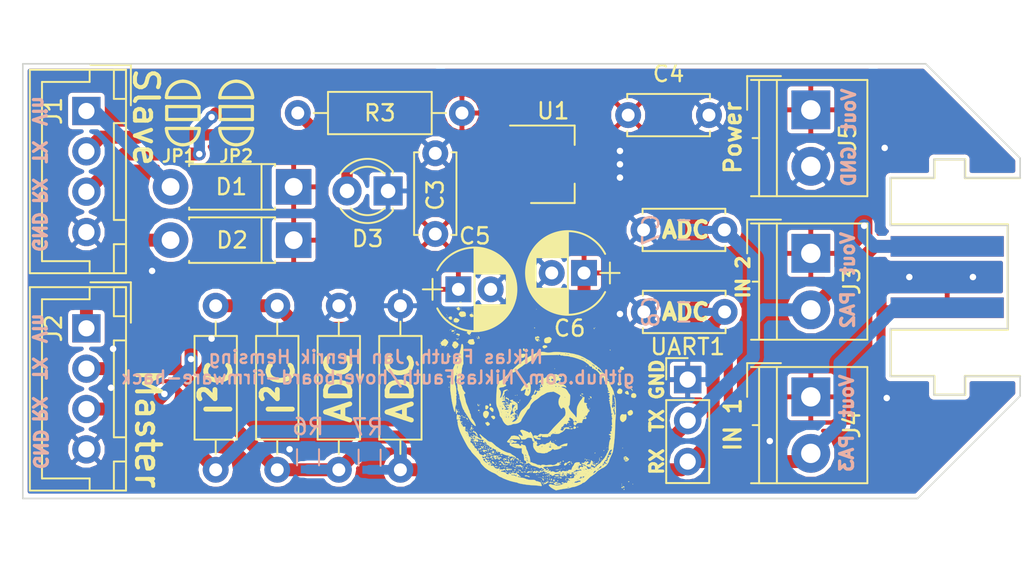
<source format=kicad_pcb>
(kicad_pcb (version 20171130) (host pcbnew "(5.0.0-rc2-dev-107-g49486b83b)")
  (layers (0 F.Cu signal) (31 B.Cu signal) (34 B.Paste user) (35 F.Paste user) (36 B.SilkS user) (37 F.SilkS user) (38 B.Mask user) (39 F.Mask user) (44 Edge.Cuts user))
  (net 0 "")
  (net 1 VCC)
  (net 2 RX)
  (net 3 GND)
  (net 4 RX.1)
  (net 5 TX.1)
  (net 6 VDD)
  (net 7 "Net-(D3-Pad2)")
  (net 8 "Net-(D2-Pad2)")
  (net 9 "Net-(D1-Pad2)")
  (net 10 TX)
  (module Capacitors_THT:C_Disc_D5.0mm_W2.5mm_P5.00mm (layer F.Cu) (at 144.018 100.965 180)
    (fp_text reference C2 hide)
    (fp_text value C_Small)
    (pad 2 thru_hole circle (at 5 0 180) (size 1.6 1.6) (drill 0.8) (layers *.Cu *.Mask) (net 3 GND))
    (pad 1 thru_hole circle (at 0 0 180) (size 1.6 1.6) (drill 0.8) (layers *.Cu *.Mask) (net 2 RX))
  )
  (module Capacitors_THT:C_Disc_D5.0mm_W2.5mm_P5.00mm (layer F.Cu) (at 126.111 96.139 90)
    (fp_text reference C3 (at 2.413 0 90) (layer F.SilkS))
    (fp_text value 1uF)
    (pad 1 thru_hole circle (at 0 0 90) (size 1.6 1.6) (drill 0.8) (layers *.Cu *.Mask) (net 6 VDD))
    (pad 2 thru_hole circle (at 5 0 90) (size 1.6 1.6) (drill 0.8) (layers *.Cu *.Mask) (net 3 GND))
  )
  (module Capacitors_THT:C_Disc_D5.0mm_W2.5mm_P5.00mm (layer F.Cu) (at 138.049 88.773)
    (fp_text reference C4 (at 2.5 -2.56) (layer F.SilkS))
    (fp_text value 1uF)
    (pad 2 thru_hole circle (at 5 0) (size 1.6 1.6) (drill 0.8) (layers *.Cu *.Mask) (net 3 GND))
    (pad 1 thru_hole circle (at 0 0) (size 1.6 1.6) (drill 0.8) (layers *.Cu *.Mask) (net 1 VCC))
  )
  (module Capacitors_THT:C_Disc_D5.0mm_W2.5mm_P5.00mm (layer F.Cu) (at 139.0015 95.885)
    (fp_text reference C1 hide)
    (fp_text value C_Small)
    (pad 1 thru_hole circle (at 0 0) (size 1.6 1.6) (drill 0.8) (layers *.Cu *.Mask) (net 3 GND))
    (pad 2 thru_hole circle (at 5 0) (size 1.6 1.6) (drill 0.8) (layers *.Cu *.Mask) (net 10 TX))
  )
  (module Resistors_THT:R_Axial_DIN0207_L6.3mm_D2.5mm_P10.16mm_Horizontal (layer F.Cu) (at 123.952 110.744 90)
    (fp_text reference R2 hide)
    (fp_text value R_Small)
    (pad 2 thru_hole oval (at 10.16 0 90) (size 1.6 1.6) (drill 0.8) (layers *.Cu *.Mask) (net 3 GND))
    (pad 1 thru_hole circle (at 0 0 90) (size 1.6 1.6) (drill 0.8) (layers *.Cu *.Mask) (net 2 RX))
  )
  (module Resistors_SMD:R_0603 (layer B.Cu) (at 122.047 109.994 90)
    (fp_text reference R7 (at 1.893 -0.127 180) (layer B.SilkS) (effects (justify mirror)))
    (fp_text value R_Small)
    (pad 1 smd rect (at -0.75 0 90) (size 0.5 0.9) (layers B.Cu B.Paste B.Mask) (net 2 RX))
    (pad 2 smd rect (at 0.75 0 90) (size 0.5 0.9) (layers B.Cu B.Paste B.Mask) (net 3 GND))
  )
  (module Resistors_SMD:R_0603 (layer B.Cu) (at 118.237 109.97 270)
    (fp_text reference R6 (at -1.893 0) (layer B.SilkS) (effects (justify mirror)))
    (fp_text value R_Small)
    (pad 2 smd rect (at 0.75 0 270) (size 0.5 0.9) (layers B.Cu B.Paste B.Mask) (net 10 TX))
    (pad 1 smd rect (at -0.75 0 270) (size 0.5 0.9) (layers B.Cu B.Paste B.Mask) (net 3 GND))
  )
  (module Capacitors_SMD:C_0603 (layer B.Cu) (at 141.49 95.885)
    (fp_text reference C7 (at -2.032 0 90) (layer B.SilkS) (effects (justify mirror)))
    (fp_text value C_Small)
    (pad 1 smd rect (at -0.75 0) (size 0.8 0.75) (layers B.Cu B.Paste B.Mask) (net 3 GND))
    (pad 2 smd rect (at 0.75 0) (size 0.8 0.75) (layers B.Cu B.Paste B.Mask) (net 10 TX))
  )
  (module Capacitors_SMD:C_0603 (layer B.Cu) (at 141.49 100.965 180)
    (fp_text reference C8 (at 2.032 0 270) (layer B.SilkS) (effects (justify mirror)))
    (fp_text value C_Small)
    (pad 2 smd rect (at 0.75 0 180) (size 0.8 0.75) (layers B.Cu B.Paste B.Mask) (net 3 GND))
    (pad 1 smd rect (at -0.75 0 180) (size 0.8 0.75) (layers B.Cu B.Paste B.Mask) (net 2 RX))
  )
  (module Diodes_THT:D_DO-41_SOD81_P7.62mm_Horizontal (layer F.Cu) (at 117.348 93.218 180)
    (fp_text reference D1 (at 3.8608 0 180) (layer F.SilkS))
    (fp_text value D)
    (pad 2 thru_hole oval (at 7.62 0 180) (size 2.2 2.2) (drill 1.1) (layers *.Cu *.Mask) (net 9 "Net-(D1-Pad2)"))
    (pad 1 thru_hole rect (at 0 0 180) (size 2.2 2.2) (drill 1.1) (layers *.Cu *.Mask) (net 6 VDD))
  )
  (module Diodes_THT:D_DO-41_SOD81_P7.62mm_Horizontal (layer F.Cu) (at 117.348 96.52 180)
    (fp_text reference D2 (at 3.81 0 180) (layer F.SilkS))
    (fp_text value D)
    (pad 1 thru_hole rect (at 0 0 180) (size 2.2 2.2) (drill 1.1) (layers *.Cu *.Mask) (net 6 VDD))
    (pad 2 thru_hole oval (at 7.62 0 180) (size 2.2 2.2) (drill 1.1) (layers *.Cu *.Mask) (net 8 "Net-(D2-Pad2)"))
  )
  (module TO_SOT_Packages_SMD:SOT-89-3_Handsoldering (layer F.Cu) (at 132.958 91.821)
    (fp_text reference U1 (at 0.45 -3.3) (layer F.SilkS))
    (fp_text value L7805SOT89)
    (pad 1 smd rect (at -1.98 -1.5 270) (size 1 2.5) (layers F.Cu F.Paste F.Mask) (net 1 VCC))
    (pad 2 smd rect (at -1.98 0 270) (size 1 2.5) (layers F.Cu F.Paste F.Mask) (net 3 GND))
    (pad 3 smd rect (at -1.98 1.5 270) (size 1 2.5) (layers F.Cu F.Paste F.Mask) (net 6 VDD))
    (pad 2 smd rect (at 1.98 0 270) (size 2 4) (layers F.Cu F.Paste F.Mask) (net 3 GND))
    (pad 2 smd trapezoid (at -0.37 0 90) (size 1.5 0.75) (rect_delta 0 0.5) (layers F.Cu F.Paste F.Mask) (net 3 GND))
  )
  (module Pin_Headers:Pin_Header_Straight_1x03_Pitch2.54mm (layer F.Cu) (at 141.732 105.156)
    (fp_text reference UART1 (at 0 -2.032) (layer F.SilkS))
    (fp_text value Conn_01x03)
    (pad 1 thru_hole rect (at 0 0) (size 1.7 1.7) (drill 1) (layers *.Cu *.Mask) (net 3 GND))
    (pad 2 thru_hole oval (at 0 2.54) (size 1.7 1.7) (drill 1) (layers *.Cu *.Mask) (net 10 TX))
    (pad 3 thru_hole oval (at 0 5.08) (size 1.7 1.7) (drill 1) (layers *.Cu *.Mask) (net 2 RX))
  )
  (module Resistors_THT:R_Axial_DIN0207_L6.3mm_D2.5mm_P10.16mm_Horizontal (layer F.Cu) (at 120.142 100.584 270)
    (fp_text reference R1 hide)
    (fp_text value R_Small)
    (pad 1 thru_hole circle (at 0 0 270) (size 1.6 1.6) (drill 0.8) (layers *.Cu *.Mask) (net 3 GND))
    (pad 2 thru_hole oval (at 10.16 0 270) (size 1.6 1.6) (drill 0.8) (layers *.Cu *.Mask) (net 10 TX))
  )
  (module Resistors_THT:R_Axial_DIN0207_L6.3mm_D2.5mm_P10.16mm_Horizontal (layer F.Cu) (at 117.602 88.646)
    (fp_text reference R3 (at 5.08 0) (layer F.SilkS))
    (fp_text value 220Ohm)
    (pad 1 thru_hole circle (at 0 0) (size 1.6 1.6) (drill 0.8) (layers *.Cu *.Mask) (net 7 "Net-(D3-Pad2)"))
    (pad 2 thru_hole oval (at 10.16 0) (size 1.6 1.6) (drill 0.8) (layers *.Cu *.Mask) (net 1 VCC))
  )
  (module Resistors_THT:R_Axial_DIN0207_L6.3mm_D2.5mm_P10.16mm_Horizontal (layer F.Cu) (at 112.522 100.584 270)
    (fp_text reference R4 hide)
    (fp_text value 3k3)
    (pad 2 thru_hole oval (at 10.16 0 270) (size 1.6 1.6) (drill 0.8) (layers *.Cu *.Mask) (net 2 RX))
    (pad 1 thru_hole circle (at 0 0 270) (size 1.6 1.6) (drill 0.8) (layers *.Cu *.Mask) (net 1 VCC))
  )
  (module Resistors_THT:R_Axial_DIN0207_L6.3mm_D2.5mm_P10.16mm_Horizontal (layer F.Cu) (at 116.332 100.584 270)
    (fp_text reference R5 hide)
    (fp_text value 3k3)
    (pad 1 thru_hole circle (at 0 0 270) (size 1.6 1.6) (drill 0.8) (layers *.Cu *.Mask) (net 1 VCC))
    (pad 2 thru_hole oval (at 10.16 0 270) (size 1.6 1.6) (drill 0.8) (layers *.Cu *.Mask) (net 10 TX))
  )
  (module Capacitors_THT:CP_Radial_D5.0mm_P2.00mm (layer F.Cu) (at 127.54 99.568)
    (fp_text reference C5 (at 1.016 -3.302) (layer F.SilkS))
    (fp_text value 22uF)
    (pad 2 thru_hole circle (at 2 0) (size 1.6 1.6) (drill 0.8) (layers *.Cu *.Mask) (net 3 GND))
    (pad 1 thru_hole rect (at 0 0) (size 1.6 1.6) (drill 0.8) (layers *.Cu *.Mask) (net 6 VDD))
  )
  (module Capacitors_THT:CP_Radial_D5.0mm_P2.00mm (layer F.Cu) (at 135.3185 98.552 180)
    (fp_text reference C6 (at 0.889 -3.429 180) (layer F.SilkS))
    (fp_text value 22uF)
    (pad 1 thru_hole rect (at 0 0 180) (size 1.6 1.6) (drill 0.8) (layers *.Cu *.Mask) (net 1 VCC))
    (pad 2 thru_hole circle (at 2 0 180) (size 1.6 1.6) (drill 0.8) (layers *.Cu *.Mask) (net 3 GND))
  )
  (module Connectors_JST:JST_XH_B04B-XH-A_04x2.50mm_Straight (layer F.Cu) (at 104.521 88.519 270)
    (fp_text reference J1 (at 0 2.032 270) (layer F.SilkS))
    (fp_text value Conn_01x04)
    (pad 4 thru_hole circle (at 7.5 0 270) (size 1.75 1.75) (drill 1) (layers *.Cu *.Mask) (net 3 GND))
    (pad 3 thru_hole circle (at 5 0 270) (size 1.75 1.75) (drill 1) (layers *.Cu *.Mask) (net 4 RX.1))
    (pad 2 thru_hole circle (at 2.5 0 270) (size 1.75 1.75) (drill 1) (layers *.Cu *.Mask) (net 5 TX.1))
    (pad 1 thru_hole rect (at 0 0 270) (size 1.75 1.75) (drill 1) (layers *.Cu *.Mask) (net 9 "Net-(D1-Pad2)"))
  )
  (module Connectors_JST:JST_XH_B04B-XH-A_04x2.50mm_Straight (layer F.Cu) (at 104.521 101.981 270)
    (fp_text reference J2 (at 0 2.032 270) (layer F.SilkS))
    (fp_text value Conn_01x04)
    (pad 1 thru_hole rect (at 0 0 270) (size 1.75 1.75) (drill 1) (layers *.Cu *.Mask) (net 8 "Net-(D2-Pad2)"))
    (pad 2 thru_hole circle (at 2.5 0 270) (size 1.75 1.75) (drill 1) (layers *.Cu *.Mask) (net 10 TX))
    (pad 3 thru_hole circle (at 5 0 270) (size 1.75 1.75) (drill 1) (layers *.Cu *.Mask) (net 2 RX))
    (pad 4 thru_hole circle (at 7.5 0 270) (size 1.75 1.75) (drill 1) (layers *.Cu *.Mask) (net 3 GND))
  )
  (module Connectors_Terminal_Blocks:TerminalBlock_4UCON_19963_02x3.5mm_Straight (layer F.Cu) (at 149.352 106.228 270)
    (fp_text reference J4 (at 1.722 -2.54 270) (layer F.SilkS))
    (fp_text value Screw_Terminal_01x02)
    (pad 1 thru_hole rect (at 0 0 270) (size 2.4 2.4) (drill 1.2) (layers *.Cu *.Mask) (net 1 VCC))
    (pad 2 thru_hole circle (at 3.5 0 270) (size 2.4 2.4) (drill 1.2) (layers *.Cu *.Mask) (net 2 RX))
  )
  (module Connectors_Terminal_Blocks:TerminalBlock_4UCON_19963_02x3.5mm_Straight (layer F.Cu) (at 149.352 88.448 270)
    (fp_text reference J5 (at 1.722 -2.286 270) (layer F.SilkS))
    (fp_text value Screw_Terminal_01x02)
    (pad 2 thru_hole circle (at 3.5 0 270) (size 2.4 2.4) (drill 1.2) (layers *.Cu *.Mask) (net 3 GND))
    (pad 1 thru_hole rect (at 0 0 270) (size 2.4 2.4) (drill 1.2) (layers *.Cu *.Mask) (net 1 VCC))
  )
  (module Connectors_Terminal_Blocks:TerminalBlock_4UCON_19963_02x3.5mm_Straight (layer F.Cu) (at 149.352 97.338 270)
    (fp_text reference J3 (at 1.722 -2.54 270) (layer F.SilkS))
    (fp_text value Screw_Terminal_01x02)
    (pad 1 thru_hole rect (at 0 0 270) (size 2.4 2.4) (drill 1.2) (layers *.Cu *.Mask) (net 1 VCC))
    (pad 2 thru_hole circle (at 3.5 0 270) (size 2.4 2.4) (drill 1.2) (layers *.Cu *.Mask) (net 10 TX))
  )
  (module LEDs:LED_D3.0mm (layer F.Cu) (at 123.19 93.472 180)
    (fp_text reference D3 (at 1.27 -2.96 180) (layer F.SilkS))
    (fp_text value LED)
    (pad 1 thru_hole rect (at 0 0 180) (size 1.8 1.8) (drill 0.9) (layers *.Cu *.Mask) (net 3 GND))
    (pad 2 thru_hole circle (at 2.54 0 180) (size 1.8 1.8) (drill 0.9) (layers *.Cu *.Mask) (net 7 "Net-(D3-Pad2)"))
  )
  (module jumper:SOLDER-JUMPER_2-WAY (layer F.Cu) (at 110.49 88.646 90)
    (fp_text reference JP1 (at -2.667 -0.254) (layer F.SilkS) (effects (font (size 0.762 0.762) (thickness 0.1524))))
    (fp_text value Jumper_NC_Dual hide)
    (pad 2 smd rect (at 0 0 90) (size 1 1) (layers F.Cu F.Paste F.Mask) (net 5 TX.1))
    (pad 3 smd rect (at 1.35 0 90) (size 1 1) (layers F.Cu F.Paste F.Mask) (net 2 RX))
    (pad 1 smd rect (at -1.35 0 90) (size 1 1) (layers F.Cu F.Paste F.Mask) (net 10 TX))
  )
  (module jumper:SOLDER-JUMPER_2-WAY (layer F.Cu) (at 113.792 88.646 90)
    (fp_text reference JP2 (at -2.667 0) (layer F.SilkS) (effects (font (size 0.762 0.762) (thickness 0.1524))))
    (fp_text value Jumper_NC_Dual hide)
    (pad 1 smd rect (at -1.35 0 90) (size 1 1) (layers F.Cu F.Paste F.Mask) (net 10 TX))
    (pad 3 smd rect (at 1.35 0 90) (size 1 1) (layers F.Cu F.Paste F.Mask) (net 2 RX))
    (pad 2 smd rect (at 0 0 90) (size 1 1) (layers F.Cu F.Paste F.Mask) (net 4 RX.1))
  )
  (module otter:NUNCHUCK (layer F.Cu) (at 158.2928 98.806 90)
    (fp_text reference J6 hide)
    (fp_text value Conn_01x04 hide)
    (pad 3 smd rect (at 1.9 -0.5 90) (size 1.27 7) (layers B.Cu B.Paste B.Mask) (net 1 VCC))
    (pad 4 smd rect (at -1.9 -0.5 90) (size 1.27 7) (layers B.Cu B.Paste B.Mask) (net 2 RX))
    (pad 2 smd rect (at 1.9 -0.5 90) (size 1.27 7) (layers F.Cu F.Paste F.Mask) (net 10 TX))
    (pad 1 smd rect (at -1.9 -0.5 90) (size 1.27 7) (layers F.Cu F.Paste F.Mask) (net 3 GND))
  )
  (module otterimage:otterimage_crop_13 (layer F.Cu) (at 132.588 106.172)
    (fp_text reference G*** hide)
    (fp_text value LOGO hide)
  )
  (gr_text ADC (at 141.605 100.965) (layer F.SilkS) (effects (font (size 1 1) (thickness 0.25))))
  (gr_text ADC (at 141.605 95.885) (layer F.SilkS) (effects (font (size 1 1) (thickness 0.25))))
  (gr_text ADC (at 123.952 105.664 90) (layer F.SilkS) (effects (font (size 1.5 1.5) (thickness 0.3))))
  (gr_text ADC (at 120.142 105.664 90) (layer F.SilkS) (effects (font (size 1.5 1.5) (thickness 0.3))))
  (gr_text I²C (at 116.586 105.664 90) (layer F.SilkS) (effects (font (size 1.5 1.5) (thickness 0.3))))
  (gr_text I²C (at 112.7252 105.664 90) (layer F.SilkS) (effects (font (size 1.5 1.5) (thickness 0.3))))
  (gr_text github.com/NiklasFauth/hoverboard-firmware-hack (at 122.555 105.029) (layer B.SilkS) (effects (font (size 0.8 0.8)) (justify mirror)))
  (gr_text "Niklas Fauth, Jan Henrik Hemsing" (at 122.428 103.759) (layer B.SilkS) (effects (font (size 0.8 0.8)) (justify mirror)))
  (gr_text PA3 (at 151.5745 109.728 90) (layer B.SilkS) (effects (font (size 0.8 0.8) (thickness 0.2)) (justify mirror)))
  (gr_text PA2 (at 151.638 100.838 90) (layer B.SilkS) (effects (font (size 0.8 0.8) (thickness 0.2)) (justify mirror)))
  (gr_text RX (at 139.827 110.236 90) (layer F.SilkS) (effects (font (size 0.8 0.8) (thickness 0.2))))
  (gr_text TX (at 139.827 107.696 90) (layer F.SilkS) (effects (font (size 0.8 0.8) (thickness 0.2))))
  (gr_text GND (at 139.827 105.156 90) (layer F.SilkS) (effects (font (size 0.8 0.8) (thickness 0.2))))
  (gr_text RX (at 101.6 106.9975 270) (layer B.SilkS) (effects (font (size 0.8 0.8) (thickness 0.2)) (justify mirror)))
  (gr_text TX (at 101.6 104.4575 270) (layer B.SilkS) (effects (font (size 0.8 0.8) (thickness 0.2)) (justify mirror)))
  (gr_text RX (at 101.6 93.472 270) (layer B.SilkS) (effects (font (size 0.8 0.8) (thickness 0.2)) (justify mirror)))
  (gr_text TX (at 101.6 91.059 270) (layer B.SilkS) (effects (font (size 0.8 0.8) (thickness 0.2)) (justify mirror)))
  (gr_text Vout (at 151.5745 106.172 90) (layer B.SilkS) (effects (font (size 0.8 0.8) (thickness 0.2)) (justify mirror)))
  (gr_text Vout (at 151.638 97.3455 90) (layer B.SilkS) (effects (font (size 0.8 0.8) (thickness 0.2)) (justify mirror)))
  (gr_text Vout (at 151.7015 88.4555 90) (layer B.SilkS) (effects (font (size 0.8 0.8) (thickness 0.2)) (justify mirror)))
  (gr_text GND (at 151.7015 91.948 90) (layer B.SilkS) (effects (font (size 0.8 0.8) (thickness 0.2)) (justify mirror)))
  (gr_text GND (at 101.6 96.012 270) (layer B.SilkS) (effects (font (size 0.8 0.8) (thickness 0.2)) (justify mirror)))
  (gr_text GND (at 101.6635 109.474 270) (layer B.SilkS) (effects (font (size 0.8 0.8) (thickness 0.2)) (justify mirror)))
  (gr_text Vin (at 101.6 88.519 270) (layer B.SilkS) (effects (font (size 0.8 0.8) (thickness 0.2)) (justify mirror)))
  (gr_text Vin (at 101.6 101.981 270) (layer B.SilkS) (effects (font (size 0.8 0.8) (thickness 0.2)) (justify mirror)))
  (gr_text "IN 2" (at 145.161 98.806 90) (layer F.SilkS) (effects (font (size 0.8 0.8) (thickness 0.2))))
  (gr_text "IN 1" (at 144.526 107.95 90) (layer F.SilkS) (effects (font (size 1 1) (thickness 0.2))))
  (gr_text Power (at 144.526 90.17 90) (layer F.SilkS) (effects (font (size 1 1) (thickness 0.2))))
  (gr_text Slave (at 108.204 88.9 270) (layer F.SilkS) (effects (font (size 1.5 1.5) (thickness 0.25))))
  (gr_text Master (at 108.331 108.204 270) (layer F.SilkS) (effects (font (size 1.5 1.5) (thickness 0.25))))
  (gr_line (start 162.306 91.44) (end 162.306 92.6592) (layer Edge.Cuts) (width 0.1))
  (gr_line (start 158.877 92.6592) (end 162.306 92.6592) (layer Edge.Cuts) (width 0.1))
  (gr_line (start 158.877 91.5162) (end 158.877 92.6592) (layer Edge.Cuts) (width 0.1))
  (gr_line (start 156.972 91.5162) (end 158.877 91.5162) (layer Edge.Cuts) (width 0.1))
  (gr_line (start 156.972 92.6592) (end 156.972 91.5162) (layer Edge.Cuts) (width 0.1))
  (gr_line (start 154.2796 92.6592) (end 156.972 92.6592) (layer Edge.Cuts) (width 0.1))
  (gr_line (start 154.2796 95.6056) (end 154.2796 92.6592) (layer Edge.Cuts) (width 0.1))
  (gr_line (start 161.544 95.6056) (end 154.2796 95.6056) (layer Edge.Cuts) (width 0.1))
  (gr_line (start 161.544 102.0064) (end 161.544 95.6056) (layer Edge.Cuts) (width 0.1))
  (gr_line (start 154.2796 102.0064) (end 161.544 102.0064) (layer Edge.Cuts) (width 0.1))
  (gr_line (start 154.2796 104.9528) (end 154.2796 102.0064) (layer Edge.Cuts) (width 0.1))
  (gr_line (start 156.972 104.9528) (end 154.2796 104.9528) (layer Edge.Cuts) (width 0.1))
  (gr_line (start 156.972 106.0958) (end 156.972 104.9528) (layer Edge.Cuts) (width 0.1))
  (gr_line (start 158.877 106.0958) (end 156.972 106.0958) (layer Edge.Cuts) (width 0.1))
  (gr_line (start 158.877 104.9528) (end 158.877 106.0958) (layer Edge.Cuts) (width 0.1))
  (gr_line (start 162.306 104.9528) (end 158.877 104.9528) (layer Edge.Cuts) (width 0.1))
  (gr_line (start 162.306 106.172) (end 162.306 104.9528) (layer Edge.Cuts) (width 0.1))
  (gr_line (start 162.306 91.44) (end 156.464 85.598) (layer Edge.Cuts) (width 0.1))
  (gr_line (start 162.306 106.172) (end 155.956 112.522) (layer Edge.Cuts) (width 0.1))
  (gr_line (start 100.584 85.598) (end 100.584 112.522) (layer Edge.Cuts) (width 0.1))
  (gr_line (start 155.956 112.522) (end 100.584 112.522) (layer Edge.Cuts) (width 0.1))
  (gr_line (start 156.464 85.598) (end 100.584 85.598) (layer Edge.Cuts) (width 0.1))
  (segment (start 116.332 100.584) (end 117.732001 101.984001) (width 0.8) (layer F.Cu) (net 1))
  (segment (start 117.732001 101.984001) (end 133.486499 101.984001) (width 0.8) (layer F.Cu) (net 1))
  (segment (start 133.486499 101.984001) (end 135.3185 100.152) (width 0.8) (layer F.Cu) (net 1))
  (segment (start 135.3185 100.152) (end 135.3185 98.552) (width 0.8) (layer F.Cu) (net 1))
  (segment (start 153.294 96.906) (end 152.654 96.266) (width 0.8) (layer B.Cu) (net 1))
  (segment (start 158.2674 96.906) (end 153.294 96.906) (width 0.8) (layer B.Cu) (net 1))
  (segment (start 152.654 96.266) (end 152.654 95.631) (width 0.8) (layer B.Cu) (net 1))
  (via (at 152.654 95.631) (size 0.8) (drill 0.4) (layers F.Cu B.Cu) (net 1))
  (segment (start 112.522 100.584) (end 116.332 100.584) (width 0.8) (layer F.Cu) (net 1))
  (segment (start 108.752 106.64) (end 108.411 106.981) (width 0.8) (layer F.Cu) (net 2))
  (segment (start 108.411 106.981) (end 104.521 106.981) (width 0.8) (layer F.Cu) (net 2))
  (segment (start 142.24 100.965) (end 144.018 100.965) (width 0.5) (layer B.Cu) (net 2))
  (segment (start 143.309001 101.673999) (end 143.309001 108.785999) (width 0.8) (layer F.Cu) (net 2))
  (segment (start 143.309001 108.785999) (end 141.859 110.236) (width 0.8) (layer F.Cu) (net 2))
  (segment (start 144.018 100.965) (end 143.309001 101.673999) (width 0.8) (layer F.Cu) (net 2))
  (segment (start 122.047 110.744) (end 123.952 110.744) (width 0.6) (layer B.Cu) (net 2))
  (segment (start 123.952 110.744) (end 123.952 109.368998) (width 0.8) (layer B.Cu) (net 2))
  (segment (start 123.952 109.368998) (end 122.953001 108.369999) (width 0.8) (layer B.Cu) (net 2))
  (segment (start 122.953001 108.369999) (end 114.896001 108.369999) (width 0.8) (layer B.Cu) (net 2))
  (segment (start 114.896001 108.369999) (end 113.321999 109.944001) (width 0.8) (layer B.Cu) (net 2))
  (segment (start 113.321999 109.944001) (end 112.522 110.744) (width 0.8) (layer B.Cu) (net 2))
  (segment (start 108.752 106.974) (end 108.752 106.64) (width 0.8) (layer F.Cu) (net 2))
  (segment (start 108.752 106.64) (end 109.347 106.045) (width 0.8) (layer F.Cu) (net 2))
  (segment (start 109.855 105.537) (end 109.347 106.045) (width 0.8) (layer B.Cu) (net 2))
  (via (at 109.347 106.045) (size 0.8) (drill 0.4) (layers F.Cu B.Cu) (net 2))
  (segment (start 110.998 104.394) (end 109.855 105.537) (width 0.8) (layer B.Cu) (net 2))
  (segment (start 113.792 87.296) (end 110.49 87.296) (width 0.7) (layer F.Cu) (net 2))
  (segment (start 141.859 110.236) (end 148.844 110.236) (width 0.8) (layer F.Cu) (net 2))
  (segment (start 148.844 110.236) (end 149.352 109.728) (width 0.8) (layer F.Cu) (net 2))
  (segment (start 123.952 110.744) (end 141.351 110.744) (width 0.8) (layer F.Cu) (net 2))
  (segment (start 141.351 110.744) (end 141.859 110.236) (width 0.8) (layer F.Cu) (net 2))
  (segment (start 154.58438 100.706) (end 151.152001 104.138379) (width 0.8) (layer B.Cu) (net 2))
  (segment (start 114.892001 95.546999) (end 114.892001 87.665999) (width 0.8) (layer F.Cu) (net 2))
  (segment (start 111.006613 99.449613) (end 110.998 99.441) (width 0.8) (layer F.Cu) (net 2))
  (segment (start 110.998 103.886) (end 110.998 99.458226) (width 0.8) (layer F.Cu) (net 2))
  (segment (start 114.892001 95.546999) (end 111.006613 99.449613) (width 0.8) (layer F.Cu) (net 2))
  (segment (start 110.998 99.458226) (end 111.006613 99.449613) (width 0.8) (layer F.Cu) (net 2))
  (segment (start 110.998 103.886) (end 110.998 104.394) (width 0.8) (layer B.Cu) (net 2))
  (via (at 110.998 103.886) (size 0.8) (drill 0.4) (layers F.Cu B.Cu) (net 2))
  (segment (start 114.522002 87.296) (end 114.892001 87.665999) (width 0.8) (layer F.Cu) (net 2))
  (segment (start 113.792 87.296) (end 114.522002 87.296) (width 0.8) (layer F.Cu) (net 2))
  (segment (start 112.522 110.744) (end 108.752 106.974) (width 0.8) (layer F.Cu) (net 2))
  (segment (start 158.2674 100.706) (end 154.58438 100.706) (width 0.8) (layer B.Cu) (net 2))
  (segment (start 151.152001 104.138379) (end 151.152001 107.927999) (width 0.8) (layer B.Cu) (net 2))
  (segment (start 151.152001 107.927999) (end 150.551999 108.528001) (width 0.8) (layer B.Cu) (net 2))
  (segment (start 150.551999 108.528001) (end 149.352 109.728) (width 0.8) (layer B.Cu) (net 2))
  (via (at 155.448 98.806) (size 0.8) (drill 0.4) (layers F.Cu B.Cu) (net 3))
  (via (at 159.385 98.806) (size 0.8) (drill 0.4) (layers F.Cu B.Cu) (net 3))
  (via (at 154.051 106.299) (size 0.8) (drill 0.4) (layers F.Cu B.Cu) (net 3))
  (via (at 117.094 109.474) (size 0.8) (drill 0.4) (layers F.Cu B.Cu) (net 3))
  (segment (start 104.521 93.519) (end 106.854 91.186) (width 0.8) (layer F.Cu) (net 4))
  (segment (start 106.854 91.186) (end 111.506 91.186) (width 0.8) (layer F.Cu) (net 4))
  (segment (start 113.792 88.646) (end 112.522 88.646) (width 0.7) (layer F.Cu) (net 4))
  (segment (start 112.522 88.646) (end 112.268 88.9) (width 0.7) (layer F.Cu) (net 4))
  (segment (start 111.506 89.662) (end 112.268 88.9) (width 0.7) (layer B.Cu) (net 4))
  (segment (start 111.506 91.186) (end 111.506 89.662) (width 0.7) (layer B.Cu) (net 4))
  (via (at 112.268 88.9) (size 0.8) (drill 0.4) (layers F.Cu B.Cu) (net 4))
  (via (at 111.506 91.186) (size 0.8) (drill 0.4) (layers F.Cu B.Cu) (net 4))
  (segment (start 105.395999 90.144001) (end 107.691999 90.144001) (width 0.8) (layer F.Cu) (net 5))
  (segment (start 107.691999 90.144001) (end 109.19 88.646) (width 0.8) (layer F.Cu) (net 5))
  (segment (start 109.19 88.646) (end 110.49 88.646) (width 0.8) (layer F.Cu) (net 5))
  (segment (start 104.521 91.019) (end 105.395999 90.144001) (width 0.8) (layer F.Cu) (net 5))
  (segment (start 105.395999 90.144001) (end 105.737435 90.144001) (width 0.8) (layer F.Cu) (net 5))
  (segment (start 104.521 101.981) (end 104.521 100.171366) (width 0.8) (layer F.Cu) (net 8))
  (segment (start 104.521 100.171366) (end 108.172366 96.52) (width 0.8) (layer F.Cu) (net 8))
  (segment (start 108.172366 96.52) (end 109.728 96.52) (width 0.8) (layer F.Cu) (net 8))
  (segment (start 109.347 96.52) (end 109.728 96.52) (width 0.7) (layer F.Cu) (net 8))
  (segment (start 104.521 104.481) (end 109.926984 104.481) (width 0.8) (layer F.Cu) (net 10))
  (segment (start 109.926984 104.481) (end 109.997992 104.409992) (width 0.8) (layer F.Cu) (net 10))
  (segment (start 110.062 104.474) (end 110.015 104.521) (width 0.8) (layer F.Cu) (net 10))
  (segment (start 142.24 95.885) (end 144.0015 95.885) (width 0.5) (layer B.Cu) (net 10))
  (segment (start 145.796 101.473) (end 145.796 97.6795) (width 0.8) (layer B.Cu) (net 10))
  (segment (start 145.796 97.6795) (end 144.0015 95.885) (width 0.8) (layer B.Cu) (net 10))
  (segment (start 113.792 89.996) (end 113.792 95.232774) (width 0.8) (layer F.Cu) (net 10))
  (segment (start 113.792 95.232774) (end 109.997992 99.026782) (width 0.8) (layer F.Cu) (net 10))
  (segment (start 109.997992 99.026782) (end 109.997992 104.409992) (width 0.8) (layer F.Cu) (net 10))
  (segment (start 109.997992 104.409992) (end 110.062 104.474) (width 0.8) (layer F.Cu) (net 10))
  (segment (start 118.237 110.72) (end 120.118 110.72) (width 0.6) (layer B.Cu) (net 10))
  (segment (start 120.118 110.72) (end 120.142 110.744) (width 0.6) (layer B.Cu) (net 10))
  (segment (start 110.49 89.996) (end 113.792 89.996) (width 0.7) (layer F.Cu) (net 10))
  (segment (start 145.796 101.473) (end 145.796 103.124) (width 0.8) (layer B.Cu) (net 10))
  (segment (start 149.352 100.838) (end 146.431 100.838) (width 0.8) (layer B.Cu) (net 10))
  (segment (start 146.431 100.838) (end 145.796 101.473) (width 0.8) (layer B.Cu) (net 10))
  (segment (start 141.859 107.696) (end 145.796 103.759) (width 0.8) (layer B.Cu) (net 10))
  (segment (start 145.796 103.759) (end 145.796 103.124) (width 0.8) (layer B.Cu) (net 10))
  (segment (start 138.684 108.712) (end 140.843 108.712) (width 0.8) (layer F.Cu) (net 10))
  (segment (start 140.843 108.712) (end 141.859 107.696) (width 0.8) (layer F.Cu) (net 10))
  (segment (start 122.174 108.712) (end 138.684 108.712) (width 0.8) (layer F.Cu) (net 10))
  (segment (start 120.142 110.744) (end 122.174 108.712) (width 0.8) (layer F.Cu) (net 10))
  (segment (start 138.684 108.712) (end 138.69999 108.72799) (width 0.8) (layer F.Cu) (net 10))
  (segment (start 158.2674 96.906) (end 153.284 96.906) (width 0.8) (layer F.Cu) (net 10))
  (segment (start 153.284 96.906) (end 149.352 100.838) (width 0.8) (layer F.Cu) (net 10))
  (segment (start 110.062 104.474) (end 116.332 110.744) (width 0.8) (layer F.Cu) (net 10))
  (segment (start 120.142 110.744) (end 116.332 110.744) (width 0.8) (layer F.Cu) (net 10))
  (segment (start 149.484 100.706) (end 149.352 100.838) (width 0.8) (layer F.Cu) (net 10))
  (via (at 146.812 108.966) (size 0.8) (drill 0.4) (layers F.Cu B.Cu) (net 3))
  (via (at 137.541 92.6465) (size 0.8) (drill 0.4) (layers F.Cu B.Cu) (net 3))
  (via (at 137.541 91.821) (size 0.8) (drill 0.4) (layers F.Cu B.Cu) (net 3))
  (via (at 137.541 90.9955) (size 0.8) (drill 0.4) (layers F.Cu B.Cu) (net 3))
  (via (at 153.924 90.805) (size 0.8) (drill 0.4) (layers F.Cu B.Cu) (net 3))
  (via (at 106.045 105.664) (size 0.8) (drill 0.4) (layers F.Cu B.Cu) (net 3))
  (via (at 106.172 103.251) (size 0.8) (drill 0.4) (layers F.Cu B.Cu) (net 3))
  (via (at 108.585 98.425) (size 0.8) (drill 0.4) (layers F.Cu B.Cu) (net 3))
  (via (at 112.268 102.616) (size 0.8) (drill 0.4) (layers F.Cu B.Cu) (net 3))
  (via (at 137.541 101.092) (size 0.8) (drill 0.4) (layers F.Cu B.Cu) (net 3))
  (segment (start 120.65 93.472) (end 120.65 91.694) (width 0.7) (layer F.Cu) (net 7))
  (segment (start 120.65 91.694) (end 117.602 88.646) (width 0.7) (layer F.Cu) (net 7))
  (segment (start 105.022 88.512) (end 109.728 93.218) (width 0.8) (layer B.Cu) (net 9))
  (zone (net 1) (net_name VCC) (layer F.Cu) (priority 1) (connect_pads (clearance 0.254)) (min_thickness 0.254) (fill yes (arc_segments 16) (thermal_gap 0.254) (thermal_bridge_width 0.3))
    (polygon (pts (xy 137.033 91.186) (xy 136.779 90.932) (xy 129.6035 90.932) (xy 128.9685 90.17) (xy 127 90.17) (xy 126.492 89.662) (xy 126.492 86.106) (xy 127 85.598) (xy 152.654 85.598) (xy 153.162 86.106) (xy 153.162 107.442) (xy 152.654 107.95) (xy 145.288 107.95) (xy 144.78 107.442) (xy 144.78 100.584) (xy 144.272 100.076) (xy 132.842 100.076) (xy 132.334 99.568) (xy 132.334 94.615) (xy 132.461 94.361) (xy 136.779 94.361) (xy 137.033 94.107)))
  )
  (zone (net 3) (net_name GND) (layer B.Cu) (connect_pads thru_hole_only (clearance 0.254)) (min_thickness 0.254) (fill yes (arc_segments 16) (thermal_gap 0.254) (thermal_bridge_width 0.3))
    (polygon (pts (xy 100.584 85.598) (xy 100.584 112.522) (xy 162.56 112.522) (xy 162.56 85.598)))
  )
  (zone (net 6) (net_name VDD) (layer F.Cu) (priority 2) (connect_pads (clearance 0.254)) (min_thickness 0.254) (fill yes (arc_segments 16) (thermal_gap 0.254) (thermal_bridge_width 0.3))
    (polygon (pts (xy 116.332 91.313) (xy 119.126 91.313) (xy 119.38 91.567) (xy 119.38 92.964) (xy 119.634 93.218) (xy 129.032 93.218) (xy 129.667 92.583) (xy 136.779 92.583) (xy 137.033 92.837) (xy 137.033 94.107) (xy 136.779 94.361) (xy 132.461 94.361) (xy 132.08 94.869) (xy 132.08 100.457) (xy 131.699 100.711) (xy 116.459 100.711) (xy 116.078 100.33) (xy 116.078 91.567)))
  )
  (zone (net 3) (net_name GND) (layer F.Cu) (connect_pads (clearance 0.254)) (min_thickness 0.254) (fill yes (arc_segments 16) (thermal_gap 0.254) (thermal_bridge_width 0.3))
    (polygon (pts (xy 162.56 112.522) (xy 100.584 112.522) (xy 100.584 85.598) (xy 162.56 85.598)))
  )
  (zone (net 3) (net_name GND) (layer F.Cu) (priority 3) (connect_pads yes (clearance 0.254)) (min_thickness 0.254) (fill yes (arc_segments 16) (thermal_gap 0.254) (thermal_bridge_width 0.3))
    (polygon (pts (xy 136.906 90.805) (xy 137.16 90.551) (xy 137.922 90.551) (xy 138.176 90.805) (xy 138.176 92.9005) (xy 137.922 93.1545) (xy 137.16 93.1545) (xy 136.906 92.9005) (xy 136.906 92.837)))
  )
)
</source>
